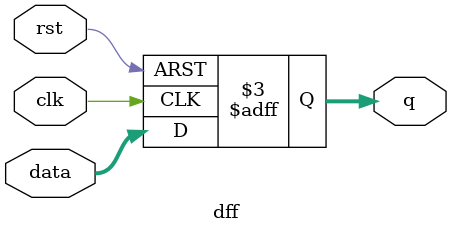
<source format=v>
module dff (data, clk, rst, q);
    input clk, rst;
    input[7:0] data;
    output[7:0] q;
    reg[7:0] q;

    always@(posedge clk or negedge rst)begin
        if (rst == 0) q[7:0] <= #2 8'b0;
        else  q[7:0] <= #2 data[7:0];
    end
endmodule

</source>
